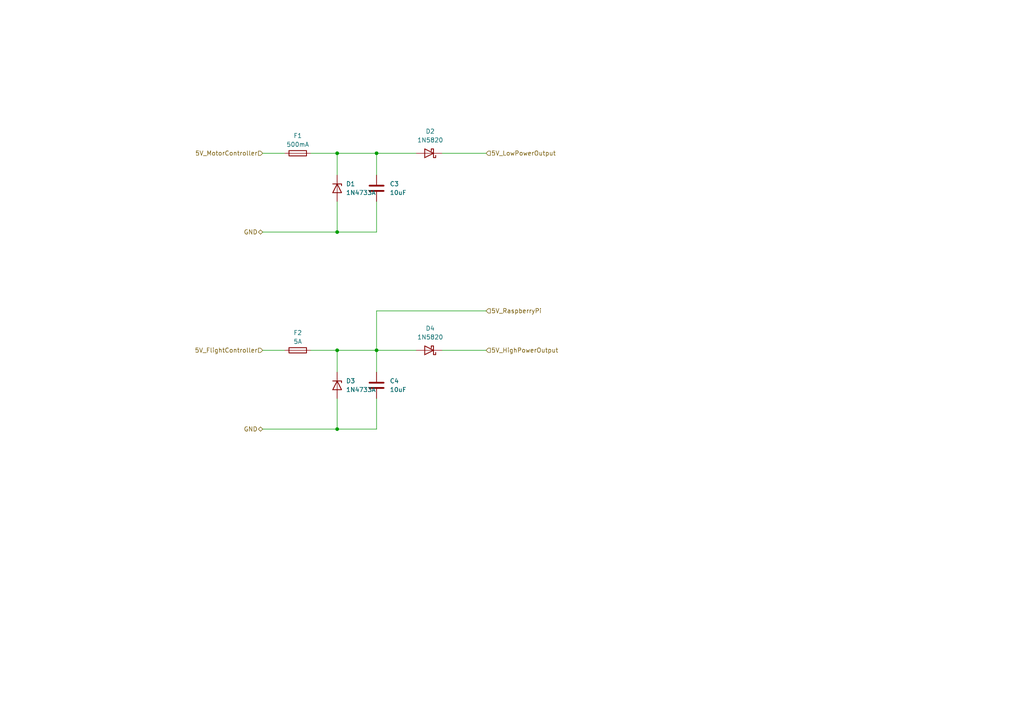
<source format=kicad_sch>
(kicad_sch (version 20230121) (generator eeschema)
  (paper "A4")
  (lib_symbols
    (symbol "Device:C" (pin_numbers hide) (pin_names (offset 0.254))
      (property "Reference" "C" (at 0.635 2.54 0))
      (property "Value" "C" (at 0.635 -2.54 0))
      (symbol "C_0_1"
        (polyline (pts (xy -2.032 -0.762) (xy 2.032 -0.762)) (stroke (width 0.508)))
        (polyline (pts (xy -2.032 0.762) (xy 2.032 0.762)) (stroke (width 0.508)))
      )
      (symbol "C_1_1"
        (pin passive line (at 0 3.81 270) (length 2.794) (name "~") (number "1"))
        (pin passive line (at 0 -3.81 90) (length 2.794) (name "~") (number "2"))
      )
    )
    (symbol "Device:Fuse" (pin_numbers hide) (pin_names (offset 0))
      (property "Reference" "F" (at 2.032 0 90))
      (property "Value" "Fuse" (at -1.905 0 90))
      (symbol "Fuse_0_1"
        (rectangle (start -0.762 -2.54) (end 0.762 2.54) (stroke (width 0.254)))
        (polyline (pts (xy 0 2.54) (xy 0 -2.54)))
      )
      (symbol "Fuse_1_1"
        (pin passive line (at 0 3.81 270) (length 1.27) (name "~") (number "1"))
        (pin passive line (at 0 -3.81 90) (length 1.27) (name "~") (number "2"))
      )
    )
    (symbol "Diode:1N47xxA" (pin_numbers hide) (pin_names hide)
      (property "Reference" "D" (at 0 2.54 0))
      (property "Value" "1N47xxA" (at 0 -2.54 0))
      (symbol "1N47xxA_0_1"
        (polyline (pts (xy 1.27 0) (xy -1.27 0)))
        (polyline (pts (xy -1.27 -1.27) (xy -1.27 1.27) (xy -0.762 1.27)) (stroke (width 0.254)))
        (polyline (pts (xy 1.27 -1.27) (xy 1.27 1.27) (xy -1.27 0) (xy 1.27 -1.27)) (stroke (width 0.254)))
      )
      (symbol "1N47xxA_1_1"
        (pin passive line (at -3.81 0 0) (length 2.54) (name "K") (number "1"))
        (pin passive line (at 3.81 0 180) (length 2.54) (name "A") (number "2"))
      )
    )
    (symbol "Diode:1N5820" (pin_numbers hide) (pin_names (offset 1.016) hide)
      (property "Reference" "D" (at 0 2.54 0))
      (property "Value" "1N5820" (at 0 -2.54 0))
      (symbol "1N5820_0_1"
        (polyline (pts (xy 1.27 0) (xy -1.27 0)))
        (polyline (pts (xy 1.27 1.27) (xy 1.27 -1.27) (xy -1.27 0) (xy 1.27 1.27)) (stroke (width 0.254)))
        (polyline (pts (xy -1.905 0.635) (xy -1.905 1.27) (xy -1.27 1.27) (xy -1.27 -1.27) (xy -0.635 -1.27) (xy -0.635 -0.635)) (stroke (width 0.254)))
      )
      (symbol "1N5820_1_1"
        (pin passive line (at -3.81 0 0) (length 2.54) (name "K") (number "1"))
        (pin passive line (at 3.81 0 180) (length 2.54) (name "A") (number "2"))
      )
    )
  )
  (junction (at 109.22 101.6))
  (junction (at 97.79 44.45))
  (junction (at 97.79 67.31))
  (junction (at 97.79 101.6))
  (junction (at 109.22 44.45))
  (junction (at 97.79 124.46))
  (wire (pts (xy 109.22 44.45) (xy 109.22 50.8)))
  (wire (pts (xy 109.22 101.6) (xy 120.65 101.6)))
  (wire (pts (xy 97.79 124.46) (xy 109.22 124.46)))
  (wire (pts (xy 76.2 124.46) (xy 97.79 124.46)))
  (wire (pts (xy 109.22 44.45) (xy 120.65 44.45)))
  (wire (pts (xy 97.79 44.45) (xy 97.79 50.8)))
  (wire (pts (xy 97.79 101.6) (xy 109.22 101.6)))
  (wire (pts (xy 109.22 90.17) (xy 140.97 90.17)))
  (wire (pts (xy 97.79 115.57) (xy 97.79 124.46)))
  (wire (pts (xy 97.79 44.45) (xy 109.22 44.45)))
  (wire (pts (xy 97.79 101.6) (xy 97.79 107.95)))
  (wire (pts (xy 109.22 124.46) (xy 109.22 115.57)))
  (wire (pts (xy 97.79 58.42) (xy 97.79 67.31)))
  (wire (pts (xy 109.22 101.6) (xy 109.22 107.95)))
  (wire (pts (xy 76.2 44.45) (xy 82.55 44.45)))
  (wire (pts (xy 90.17 44.45) (xy 97.79 44.45)))
  (wire (pts (xy 76.2 67.31) (xy 97.79 67.31)))
  (wire (pts (xy 97.79 67.31) (xy 109.22 67.31)))
  (wire (pts (xy 140.97 44.45) (xy 128.27 44.45)))
  (wire (pts (xy 109.22 67.31) (xy 109.22 58.42)))
  (wire (pts (xy 90.17 101.6) (xy 97.79 101.6)))
  (wire (pts (xy 140.97 101.6) (xy 128.27 101.6)))
  (wire (pts (xy 109.22 101.6) (xy 109.22 90.17)))
  (wire (pts (xy 76.2 101.6) (xy 82.55 101.6)))
  (hierarchical_label "5V_HighPowerOutput" (shape input) (at 140.97 101.6 0))
  (hierarchical_label "GND" (shape bidirectional) (at 76.2 67.31 180))
  (hierarchical_label "GND" (shape bidirectional) (at 76.2 124.46 180))
  (hierarchical_label "5V_MotorController" (shape input) (at 76.2 44.45 180))
  (hierarchical_label "5V_LowPowerOutput" (shape input) (at 140.97 44.45 0))
  (hierarchical_label "5V_FlightController" (shape input) (at 76.2 101.6 180))
  (hierarchical_label "5V_RaspberryPi" (shape input) (at 140.97 90.17 0))
  (symbol (lib_id "Diode:1N5820") (at 124.46 44.45 180) (unit 1)
    (property "Reference" "D2" (at 124.7775 38.1 0))
    (property "Value" "1N5820" (at 124.7775 40.64 0))
    (property "Footprint" "Diode_THT:D_DO-201AD_P15.24mm_Horizontal" (effects hide))
    (property "Datasheet" "http://www.vishay.com/docs/88526/1n5820.pdf" (effects hide))
  )
  (symbol (lib_id "Diode:1N5820") (at 124.46 101.6 180) (unit 1)
    (property "Reference" "D4" (at 124.7775 95.25 0))
    (property "Value" "1N5820" (at 124.7775 97.79 0))
    (property "Footprint" "Diode_THT:D_DO-201AD_P15.24mm_Horizontal" (effects hide))
    (property "Datasheet" "http://www.vishay.com/docs/88526/1n5820.pdf" (effects hide))
  )
  (symbol (lib_id "Device:C") (at 109.22 54.61 0) (unit 1)
    (property "Reference" "C3" (at 113.03 53.34 0) (effects (justify left)))
    (property "Value" "10uF" (at 113.03 55.88 0) (effects (justify left)))
  )
  (symbol (lib_id "Diode:1N47xxA") (at 97.79 54.61 270) (unit 1)
    (property "Reference" "D1" (at 100.33 53.34 90) (effects (justify left)))
    (property "Value" "1N4733A" (at 100.33 55.88 90) (effects (justify left)))
    (property "Footprint" "Diode_THT:D_DO-41_SOD81_P10.16mm_Horizontal" (effects hide))
    (property "Datasheet" "https://www.vishay.com/docs/85816/1n4728a.pdf" (effects hide))
  )
  (symbol (lib_id "Device:Fuse") (at 86.36 101.6 270) (unit 1)
    (property "Reference" "F2" (at 86.36 96.52 90))
    (property "Value" "5A" (at 86.36 99.06 90))
  )
  (symbol (lib_id "Device:C") (at 109.22 111.76 0) (unit 1)
    (property "Reference" "C4" (at 113.03 110.49 0) (effects (justify left)))
    (property "Value" "10uF" (at 113.03 113.03 0) (effects (justify left)))
  )
  (symbol (lib_id "Diode:1N47xxA") (at 97.79 111.76 270) (unit 1)
    (property "Reference" "D3" (at 100.33 110.49 90) (effects (justify left)))
    (property "Value" "1N4733A" (at 100.33 113.03 90) (effects (justify left)))
    (property "Footprint" "Diode_THT:D_DO-41_SOD81_P10.16mm_Horizontal" (effects hide))
    (property "Datasheet" "https://www.vishay.com/docs/85816/1n4728a.pdf" (effects hide))
  )
  (symbol (lib_id "Device:Fuse") (at 86.36 44.45 270) (unit 1)
    (property "Reference" "F1" (at 86.36 39.37 90))
    (property "Value" "500mA" (at 86.36 41.91 90))
  )
)
</source>
